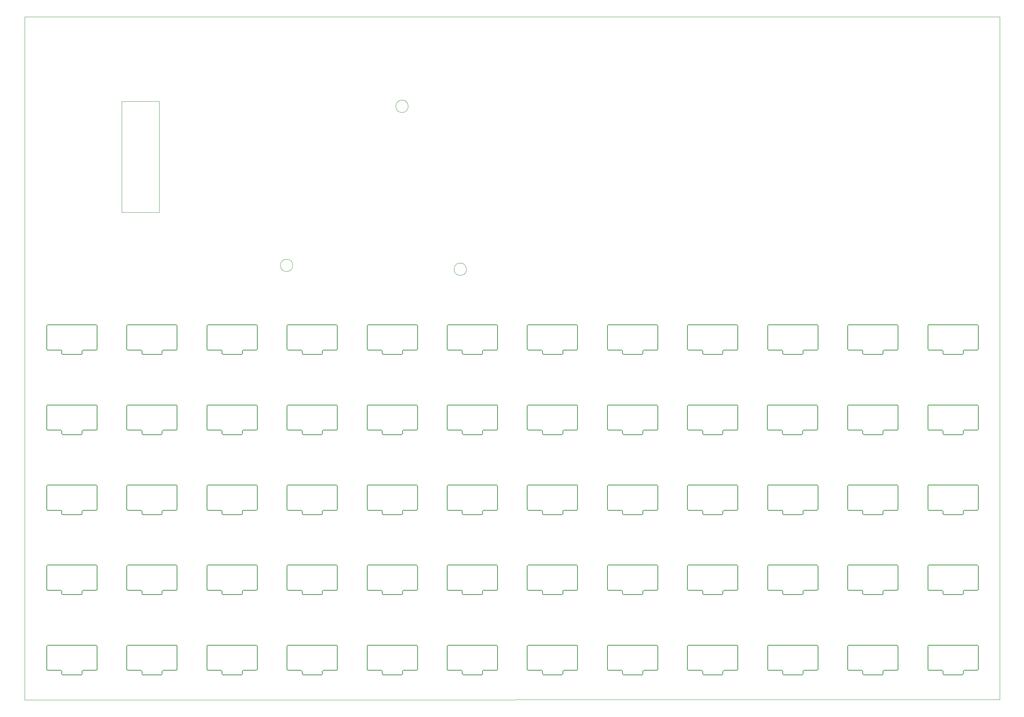
<source format=gbr>
%TF.GenerationSoftware,KiCad,Pcbnew,(5.1.9)-1*%
%TF.CreationDate,2021-10-30T21:00:12+02:00*%
%TF.ProjectId,88RPI,38385250-492e-46b6-9963-61645f706362,rev?*%
%TF.SameCoordinates,Original*%
%TF.FileFunction,Profile,NP*%
%FSLAX46Y46*%
G04 Gerber Fmt 4.6, Leading zero omitted, Abs format (unit mm)*
G04 Created by KiCad (PCBNEW (5.1.9)-1) date 2021-10-30 21:00:12*
%MOMM*%
%LPD*%
G01*
G04 APERTURE LIST*
%TA.AperFunction,Profile*%
%ADD10C,0.050000*%
%TD*%
%TA.AperFunction,Profile*%
%ADD11C,0.200000*%
%TD*%
G04 APERTURE END LIST*
D10*
X82346800Y-75336400D02*
G75*
G03*
X82346800Y-75336400I-1476699J0D01*
G01*
X123545600Y-76250800D02*
G75*
G03*
X123545600Y-76250800I-1476699J0D01*
G01*
X109731499Y-37592000D02*
G75*
G03*
X109731499Y-37592000I-1476699J0D01*
G01*
X41783000Y-62738000D02*
X41783000Y-36449000D01*
X50673000Y-62738000D02*
X41783000Y-62738000D01*
X50673000Y-36449000D02*
X50673000Y-62738000D01*
X41783000Y-36449000D02*
X50673000Y-36449000D01*
X18700000Y-178400000D02*
X18700000Y-16400000D01*
X250000000Y-178300000D02*
X18700000Y-178400000D01*
X250000000Y-16400000D02*
X250000000Y-178300000D01*
X18700000Y-16400000D02*
X250000000Y-16400000D01*
D11*
%TO.C,SW1*%
X24182059Y-95421903D02*
X27368000Y-95421903D01*
X27568000Y-95621903D02*
X27568000Y-96264000D01*
X24182059Y-89438232D02*
X35721518Y-89438232D01*
X35921518Y-95221903D02*
X35921518Y-89638232D01*
X23982059Y-95221903D02*
X23982059Y-89638232D01*
X32368310Y-95621903D02*
X32368310Y-96264000D01*
X27768000Y-96464000D02*
X32168310Y-96464000D01*
X32568310Y-95421903D02*
X35721518Y-95421903D01*
X27768000Y-96464000D02*
G75*
G02*
X27568000Y-96264000I0J200000D01*
G01*
X27368000Y-95421903D02*
G75*
G02*
X27568000Y-95621903I0J-200000D01*
G01*
X35721518Y-89438232D02*
G75*
G02*
X35921518Y-89638232I0J-200000D01*
G01*
X24182059Y-95421903D02*
G75*
G02*
X23982059Y-95221903I0J200000D01*
G01*
X35921518Y-95221903D02*
G75*
G02*
X35721518Y-95421903I-200000J0D01*
G01*
X23982059Y-89638232D02*
G75*
G02*
X24182059Y-89438232I200000J0D01*
G01*
X32368310Y-96264000D02*
G75*
G02*
X32168310Y-96464000I-200000J0D01*
G01*
X32368310Y-95621903D02*
G75*
G02*
X32568310Y-95421903I200000J0D01*
G01*
%TO.C,SW2*%
X51568310Y-95421903D02*
X54721518Y-95421903D01*
X46768000Y-96464000D02*
X51168310Y-96464000D01*
X51368310Y-95621903D02*
X51368310Y-96264000D01*
X42982059Y-95221903D02*
X42982059Y-89638232D01*
X54921518Y-95221903D02*
X54921518Y-89638232D01*
X43182059Y-89438232D02*
X54721518Y-89438232D01*
X46568000Y-95621903D02*
X46568000Y-96264000D01*
X43182059Y-95421903D02*
X46368000Y-95421903D01*
X51368310Y-95621903D02*
G75*
G02*
X51568310Y-95421903I200000J0D01*
G01*
X51368310Y-96264000D02*
G75*
G02*
X51168310Y-96464000I-200000J0D01*
G01*
X42982059Y-89638232D02*
G75*
G02*
X43182059Y-89438232I200000J0D01*
G01*
X54921518Y-95221903D02*
G75*
G02*
X54721518Y-95421903I-200000J0D01*
G01*
X43182059Y-95421903D02*
G75*
G02*
X42982059Y-95221903I0J200000D01*
G01*
X54721518Y-89438232D02*
G75*
G02*
X54921518Y-89638232I0J-200000D01*
G01*
X46368000Y-95421903D02*
G75*
G02*
X46568000Y-95621903I0J-200000D01*
G01*
X46768000Y-96464000D02*
G75*
G02*
X46568000Y-96264000I0J200000D01*
G01*
%TO.C,SW3*%
X62182059Y-95421903D02*
X65368000Y-95421903D01*
X65568000Y-95621903D02*
X65568000Y-96264000D01*
X62182059Y-89438232D02*
X73721518Y-89438232D01*
X73921518Y-95221903D02*
X73921518Y-89638232D01*
X61982059Y-95221903D02*
X61982059Y-89638232D01*
X70368310Y-95621903D02*
X70368310Y-96264000D01*
X65768000Y-96464000D02*
X70168310Y-96464000D01*
X70568310Y-95421903D02*
X73721518Y-95421903D01*
X65768000Y-96464000D02*
G75*
G02*
X65568000Y-96264000I0J200000D01*
G01*
X65368000Y-95421903D02*
G75*
G02*
X65568000Y-95621903I0J-200000D01*
G01*
X73721518Y-89438232D02*
G75*
G02*
X73921518Y-89638232I0J-200000D01*
G01*
X62182059Y-95421903D02*
G75*
G02*
X61982059Y-95221903I0J200000D01*
G01*
X73921518Y-95221903D02*
G75*
G02*
X73721518Y-95421903I-200000J0D01*
G01*
X61982059Y-89638232D02*
G75*
G02*
X62182059Y-89438232I200000J0D01*
G01*
X70368310Y-96264000D02*
G75*
G02*
X70168310Y-96464000I-200000J0D01*
G01*
X70368310Y-95621903D02*
G75*
G02*
X70568310Y-95421903I200000J0D01*
G01*
%TO.C,SW4*%
X89568310Y-95421903D02*
X92721518Y-95421903D01*
X84768000Y-96464000D02*
X89168310Y-96464000D01*
X89368310Y-95621903D02*
X89368310Y-96264000D01*
X80982059Y-95221903D02*
X80982059Y-89638232D01*
X92921518Y-95221903D02*
X92921518Y-89638232D01*
X81182059Y-89438232D02*
X92721518Y-89438232D01*
X84568000Y-95621903D02*
X84568000Y-96264000D01*
X81182059Y-95421903D02*
X84368000Y-95421903D01*
X89368310Y-95621903D02*
G75*
G02*
X89568310Y-95421903I200000J0D01*
G01*
X89368310Y-96264000D02*
G75*
G02*
X89168310Y-96464000I-200000J0D01*
G01*
X80982059Y-89638232D02*
G75*
G02*
X81182059Y-89438232I200000J0D01*
G01*
X92921518Y-95221903D02*
G75*
G02*
X92721518Y-95421903I-200000J0D01*
G01*
X81182059Y-95421903D02*
G75*
G02*
X80982059Y-95221903I0J200000D01*
G01*
X92721518Y-89438232D02*
G75*
G02*
X92921518Y-89638232I0J-200000D01*
G01*
X84368000Y-95421903D02*
G75*
G02*
X84568000Y-95621903I0J-200000D01*
G01*
X84768000Y-96464000D02*
G75*
G02*
X84568000Y-96264000I0J200000D01*
G01*
%TO.C,SW5*%
X100182059Y-95421903D02*
X103368000Y-95421903D01*
X103568000Y-95621903D02*
X103568000Y-96264000D01*
X100182059Y-89438232D02*
X111721518Y-89438232D01*
X111921518Y-95221903D02*
X111921518Y-89638232D01*
X99982059Y-95221903D02*
X99982059Y-89638232D01*
X108368310Y-95621903D02*
X108368310Y-96264000D01*
X103768000Y-96464000D02*
X108168310Y-96464000D01*
X108568310Y-95421903D02*
X111721518Y-95421903D01*
X103768000Y-96464000D02*
G75*
G02*
X103568000Y-96264000I0J200000D01*
G01*
X103368000Y-95421903D02*
G75*
G02*
X103568000Y-95621903I0J-200000D01*
G01*
X111721518Y-89438232D02*
G75*
G02*
X111921518Y-89638232I0J-200000D01*
G01*
X100182059Y-95421903D02*
G75*
G02*
X99982059Y-95221903I0J200000D01*
G01*
X111921518Y-95221903D02*
G75*
G02*
X111721518Y-95421903I-200000J0D01*
G01*
X99982059Y-89638232D02*
G75*
G02*
X100182059Y-89438232I200000J0D01*
G01*
X108368310Y-96264000D02*
G75*
G02*
X108168310Y-96464000I-200000J0D01*
G01*
X108368310Y-95621903D02*
G75*
G02*
X108568310Y-95421903I200000J0D01*
G01*
%TO.C,SW6*%
X127568310Y-95421903D02*
X130721518Y-95421903D01*
X122768000Y-96464000D02*
X127168310Y-96464000D01*
X127368310Y-95621903D02*
X127368310Y-96264000D01*
X118982059Y-95221903D02*
X118982059Y-89638232D01*
X130921518Y-95221903D02*
X130921518Y-89638232D01*
X119182059Y-89438232D02*
X130721518Y-89438232D01*
X122568000Y-95621903D02*
X122568000Y-96264000D01*
X119182059Y-95421903D02*
X122368000Y-95421903D01*
X127368310Y-95621903D02*
G75*
G02*
X127568310Y-95421903I200000J0D01*
G01*
X127368310Y-96264000D02*
G75*
G02*
X127168310Y-96464000I-200000J0D01*
G01*
X118982059Y-89638232D02*
G75*
G02*
X119182059Y-89438232I200000J0D01*
G01*
X130921518Y-95221903D02*
G75*
G02*
X130721518Y-95421903I-200000J0D01*
G01*
X119182059Y-95421903D02*
G75*
G02*
X118982059Y-95221903I0J200000D01*
G01*
X130721518Y-89438232D02*
G75*
G02*
X130921518Y-89638232I0J-200000D01*
G01*
X122368000Y-95421903D02*
G75*
G02*
X122568000Y-95621903I0J-200000D01*
G01*
X122768000Y-96464000D02*
G75*
G02*
X122568000Y-96264000I0J200000D01*
G01*
%TO.C,SW7*%
X138182059Y-95421903D02*
X141368000Y-95421903D01*
X141568000Y-95621903D02*
X141568000Y-96264000D01*
X138182059Y-89438232D02*
X149721518Y-89438232D01*
X149921518Y-95221903D02*
X149921518Y-89638232D01*
X137982059Y-95221903D02*
X137982059Y-89638232D01*
X146368310Y-95621903D02*
X146368310Y-96264000D01*
X141768000Y-96464000D02*
X146168310Y-96464000D01*
X146568310Y-95421903D02*
X149721518Y-95421903D01*
X141768000Y-96464000D02*
G75*
G02*
X141568000Y-96264000I0J200000D01*
G01*
X141368000Y-95421903D02*
G75*
G02*
X141568000Y-95621903I0J-200000D01*
G01*
X149721518Y-89438232D02*
G75*
G02*
X149921518Y-89638232I0J-200000D01*
G01*
X138182059Y-95421903D02*
G75*
G02*
X137982059Y-95221903I0J200000D01*
G01*
X149921518Y-95221903D02*
G75*
G02*
X149721518Y-95421903I-200000J0D01*
G01*
X137982059Y-89638232D02*
G75*
G02*
X138182059Y-89438232I200000J0D01*
G01*
X146368310Y-96264000D02*
G75*
G02*
X146168310Y-96464000I-200000J0D01*
G01*
X146368310Y-95621903D02*
G75*
G02*
X146568310Y-95421903I200000J0D01*
G01*
%TO.C,SW8*%
X165568310Y-95421903D02*
X168721518Y-95421903D01*
X160768000Y-96464000D02*
X165168310Y-96464000D01*
X165368310Y-95621903D02*
X165368310Y-96264000D01*
X156982059Y-95221903D02*
X156982059Y-89638232D01*
X168921518Y-95221903D02*
X168921518Y-89638232D01*
X157182059Y-89438232D02*
X168721518Y-89438232D01*
X160568000Y-95621903D02*
X160568000Y-96264000D01*
X157182059Y-95421903D02*
X160368000Y-95421903D01*
X165368310Y-95621903D02*
G75*
G02*
X165568310Y-95421903I200000J0D01*
G01*
X165368310Y-96264000D02*
G75*
G02*
X165168310Y-96464000I-200000J0D01*
G01*
X156982059Y-89638232D02*
G75*
G02*
X157182059Y-89438232I200000J0D01*
G01*
X168921518Y-95221903D02*
G75*
G02*
X168721518Y-95421903I-200000J0D01*
G01*
X157182059Y-95421903D02*
G75*
G02*
X156982059Y-95221903I0J200000D01*
G01*
X168721518Y-89438232D02*
G75*
G02*
X168921518Y-89638232I0J-200000D01*
G01*
X160368000Y-95421903D02*
G75*
G02*
X160568000Y-95621903I0J-200000D01*
G01*
X160768000Y-96464000D02*
G75*
G02*
X160568000Y-96264000I0J200000D01*
G01*
%TO.C,SW9*%
X176182059Y-95421903D02*
X179368000Y-95421903D01*
X179568000Y-95621903D02*
X179568000Y-96264000D01*
X176182059Y-89438232D02*
X187721518Y-89438232D01*
X187921518Y-95221903D02*
X187921518Y-89638232D01*
X175982059Y-95221903D02*
X175982059Y-89638232D01*
X184368310Y-95621903D02*
X184368310Y-96264000D01*
X179768000Y-96464000D02*
X184168310Y-96464000D01*
X184568310Y-95421903D02*
X187721518Y-95421903D01*
X179768000Y-96464000D02*
G75*
G02*
X179568000Y-96264000I0J200000D01*
G01*
X179368000Y-95421903D02*
G75*
G02*
X179568000Y-95621903I0J-200000D01*
G01*
X187721518Y-89438232D02*
G75*
G02*
X187921518Y-89638232I0J-200000D01*
G01*
X176182059Y-95421903D02*
G75*
G02*
X175982059Y-95221903I0J200000D01*
G01*
X187921518Y-95221903D02*
G75*
G02*
X187721518Y-95421903I-200000J0D01*
G01*
X175982059Y-89638232D02*
G75*
G02*
X176182059Y-89438232I200000J0D01*
G01*
X184368310Y-96264000D02*
G75*
G02*
X184168310Y-96464000I-200000J0D01*
G01*
X184368310Y-95621903D02*
G75*
G02*
X184568310Y-95421903I200000J0D01*
G01*
%TO.C,SW10*%
X195182059Y-95421903D02*
X198368000Y-95421903D01*
X198568000Y-95621903D02*
X198568000Y-96264000D01*
X195182059Y-89438232D02*
X206721518Y-89438232D01*
X206921518Y-95221903D02*
X206921518Y-89638232D01*
X194982059Y-95221903D02*
X194982059Y-89638232D01*
X203368310Y-95621903D02*
X203368310Y-96264000D01*
X198768000Y-96464000D02*
X203168310Y-96464000D01*
X203568310Y-95421903D02*
X206721518Y-95421903D01*
X198768000Y-96464000D02*
G75*
G02*
X198568000Y-96264000I0J200000D01*
G01*
X198368000Y-95421903D02*
G75*
G02*
X198568000Y-95621903I0J-200000D01*
G01*
X206721518Y-89438232D02*
G75*
G02*
X206921518Y-89638232I0J-200000D01*
G01*
X195182059Y-95421903D02*
G75*
G02*
X194982059Y-95221903I0J200000D01*
G01*
X206921518Y-95221903D02*
G75*
G02*
X206721518Y-95421903I-200000J0D01*
G01*
X194982059Y-89638232D02*
G75*
G02*
X195182059Y-89438232I200000J0D01*
G01*
X203368310Y-96264000D02*
G75*
G02*
X203168310Y-96464000I-200000J0D01*
G01*
X203368310Y-95621903D02*
G75*
G02*
X203568310Y-95421903I200000J0D01*
G01*
%TO.C,SW11*%
X214182059Y-95421903D02*
X217368000Y-95421903D01*
X217568000Y-95621903D02*
X217568000Y-96264000D01*
X214182059Y-89438232D02*
X225721518Y-89438232D01*
X225921518Y-95221903D02*
X225921518Y-89638232D01*
X213982059Y-95221903D02*
X213982059Y-89638232D01*
X222368310Y-95621903D02*
X222368310Y-96264000D01*
X217768000Y-96464000D02*
X222168310Y-96464000D01*
X222568310Y-95421903D02*
X225721518Y-95421903D01*
X217768000Y-96464000D02*
G75*
G02*
X217568000Y-96264000I0J200000D01*
G01*
X217368000Y-95421903D02*
G75*
G02*
X217568000Y-95621903I0J-200000D01*
G01*
X225721518Y-89438232D02*
G75*
G02*
X225921518Y-89638232I0J-200000D01*
G01*
X214182059Y-95421903D02*
G75*
G02*
X213982059Y-95221903I0J200000D01*
G01*
X225921518Y-95221903D02*
G75*
G02*
X225721518Y-95421903I-200000J0D01*
G01*
X213982059Y-89638232D02*
G75*
G02*
X214182059Y-89438232I200000J0D01*
G01*
X222368310Y-96264000D02*
G75*
G02*
X222168310Y-96464000I-200000J0D01*
G01*
X222368310Y-95621903D02*
G75*
G02*
X222568310Y-95421903I200000J0D01*
G01*
%TO.C,SW12*%
X241568310Y-95421903D02*
X244721518Y-95421903D01*
X236768000Y-96464000D02*
X241168310Y-96464000D01*
X241368310Y-95621903D02*
X241368310Y-96264000D01*
X232982059Y-95221903D02*
X232982059Y-89638232D01*
X244921518Y-95221903D02*
X244921518Y-89638232D01*
X233182059Y-89438232D02*
X244721518Y-89438232D01*
X236568000Y-95621903D02*
X236568000Y-96264000D01*
X233182059Y-95421903D02*
X236368000Y-95421903D01*
X241368310Y-95621903D02*
G75*
G02*
X241568310Y-95421903I200000J0D01*
G01*
X241368310Y-96264000D02*
G75*
G02*
X241168310Y-96464000I-200000J0D01*
G01*
X232982059Y-89638232D02*
G75*
G02*
X233182059Y-89438232I200000J0D01*
G01*
X244921518Y-95221903D02*
G75*
G02*
X244721518Y-95421903I-200000J0D01*
G01*
X233182059Y-95421903D02*
G75*
G02*
X232982059Y-95221903I0J200000D01*
G01*
X244721518Y-89438232D02*
G75*
G02*
X244921518Y-89638232I0J-200000D01*
G01*
X236368000Y-95421903D02*
G75*
G02*
X236568000Y-95621903I0J-200000D01*
G01*
X236768000Y-96464000D02*
G75*
G02*
X236568000Y-96264000I0J200000D01*
G01*
%TO.C,SW13*%
X24182059Y-114421903D02*
X27368000Y-114421903D01*
X27568000Y-114621903D02*
X27568000Y-115264000D01*
X24182059Y-108438232D02*
X35721518Y-108438232D01*
X35921518Y-114221903D02*
X35921518Y-108638232D01*
X23982059Y-114221903D02*
X23982059Y-108638232D01*
X32368310Y-114621903D02*
X32368310Y-115264000D01*
X27768000Y-115464000D02*
X32168310Y-115464000D01*
X32568310Y-114421903D02*
X35721518Y-114421903D01*
X27768000Y-115464000D02*
G75*
G02*
X27568000Y-115264000I0J200000D01*
G01*
X27368000Y-114421903D02*
G75*
G02*
X27568000Y-114621903I0J-200000D01*
G01*
X35721518Y-108438232D02*
G75*
G02*
X35921518Y-108638232I0J-200000D01*
G01*
X24182059Y-114421903D02*
G75*
G02*
X23982059Y-114221903I0J200000D01*
G01*
X35921518Y-114221903D02*
G75*
G02*
X35721518Y-114421903I-200000J0D01*
G01*
X23982059Y-108638232D02*
G75*
G02*
X24182059Y-108438232I200000J0D01*
G01*
X32368310Y-115264000D02*
G75*
G02*
X32168310Y-115464000I-200000J0D01*
G01*
X32368310Y-114621903D02*
G75*
G02*
X32568310Y-114421903I200000J0D01*
G01*
%TO.C,SW14*%
X51568310Y-114421903D02*
X54721518Y-114421903D01*
X46768000Y-115464000D02*
X51168310Y-115464000D01*
X51368310Y-114621903D02*
X51368310Y-115264000D01*
X42982059Y-114221903D02*
X42982059Y-108638232D01*
X54921518Y-114221903D02*
X54921518Y-108638232D01*
X43182059Y-108438232D02*
X54721518Y-108438232D01*
X46568000Y-114621903D02*
X46568000Y-115264000D01*
X43182059Y-114421903D02*
X46368000Y-114421903D01*
X51368310Y-114621903D02*
G75*
G02*
X51568310Y-114421903I200000J0D01*
G01*
X51368310Y-115264000D02*
G75*
G02*
X51168310Y-115464000I-200000J0D01*
G01*
X42982059Y-108638232D02*
G75*
G02*
X43182059Y-108438232I200000J0D01*
G01*
X54921518Y-114221903D02*
G75*
G02*
X54721518Y-114421903I-200000J0D01*
G01*
X43182059Y-114421903D02*
G75*
G02*
X42982059Y-114221903I0J200000D01*
G01*
X54721518Y-108438232D02*
G75*
G02*
X54921518Y-108638232I0J-200000D01*
G01*
X46368000Y-114421903D02*
G75*
G02*
X46568000Y-114621903I0J-200000D01*
G01*
X46768000Y-115464000D02*
G75*
G02*
X46568000Y-115264000I0J200000D01*
G01*
%TO.C,SW15*%
X62182059Y-114421903D02*
X65368000Y-114421903D01*
X65568000Y-114621903D02*
X65568000Y-115264000D01*
X62182059Y-108438232D02*
X73721518Y-108438232D01*
X73921518Y-114221903D02*
X73921518Y-108638232D01*
X61982059Y-114221903D02*
X61982059Y-108638232D01*
X70368310Y-114621903D02*
X70368310Y-115264000D01*
X65768000Y-115464000D02*
X70168310Y-115464000D01*
X70568310Y-114421903D02*
X73721518Y-114421903D01*
X65768000Y-115464000D02*
G75*
G02*
X65568000Y-115264000I0J200000D01*
G01*
X65368000Y-114421903D02*
G75*
G02*
X65568000Y-114621903I0J-200000D01*
G01*
X73721518Y-108438232D02*
G75*
G02*
X73921518Y-108638232I0J-200000D01*
G01*
X62182059Y-114421903D02*
G75*
G02*
X61982059Y-114221903I0J200000D01*
G01*
X73921518Y-114221903D02*
G75*
G02*
X73721518Y-114421903I-200000J0D01*
G01*
X61982059Y-108638232D02*
G75*
G02*
X62182059Y-108438232I200000J0D01*
G01*
X70368310Y-115264000D02*
G75*
G02*
X70168310Y-115464000I-200000J0D01*
G01*
X70368310Y-114621903D02*
G75*
G02*
X70568310Y-114421903I200000J0D01*
G01*
%TO.C,SW16*%
X89568310Y-114421903D02*
X92721518Y-114421903D01*
X84768000Y-115464000D02*
X89168310Y-115464000D01*
X89368310Y-114621903D02*
X89368310Y-115264000D01*
X80982059Y-114221903D02*
X80982059Y-108638232D01*
X92921518Y-114221903D02*
X92921518Y-108638232D01*
X81182059Y-108438232D02*
X92721518Y-108438232D01*
X84568000Y-114621903D02*
X84568000Y-115264000D01*
X81182059Y-114421903D02*
X84368000Y-114421903D01*
X89368310Y-114621903D02*
G75*
G02*
X89568310Y-114421903I200000J0D01*
G01*
X89368310Y-115264000D02*
G75*
G02*
X89168310Y-115464000I-200000J0D01*
G01*
X80982059Y-108638232D02*
G75*
G02*
X81182059Y-108438232I200000J0D01*
G01*
X92921518Y-114221903D02*
G75*
G02*
X92721518Y-114421903I-200000J0D01*
G01*
X81182059Y-114421903D02*
G75*
G02*
X80982059Y-114221903I0J200000D01*
G01*
X92721518Y-108438232D02*
G75*
G02*
X92921518Y-108638232I0J-200000D01*
G01*
X84368000Y-114421903D02*
G75*
G02*
X84568000Y-114621903I0J-200000D01*
G01*
X84768000Y-115464000D02*
G75*
G02*
X84568000Y-115264000I0J200000D01*
G01*
%TO.C,SW17*%
X100182059Y-114421903D02*
X103368000Y-114421903D01*
X103568000Y-114621903D02*
X103568000Y-115264000D01*
X100182059Y-108438232D02*
X111721518Y-108438232D01*
X111921518Y-114221903D02*
X111921518Y-108638232D01*
X99982059Y-114221903D02*
X99982059Y-108638232D01*
X108368310Y-114621903D02*
X108368310Y-115264000D01*
X103768000Y-115464000D02*
X108168310Y-115464000D01*
X108568310Y-114421903D02*
X111721518Y-114421903D01*
X103768000Y-115464000D02*
G75*
G02*
X103568000Y-115264000I0J200000D01*
G01*
X103368000Y-114421903D02*
G75*
G02*
X103568000Y-114621903I0J-200000D01*
G01*
X111721518Y-108438232D02*
G75*
G02*
X111921518Y-108638232I0J-200000D01*
G01*
X100182059Y-114421903D02*
G75*
G02*
X99982059Y-114221903I0J200000D01*
G01*
X111921518Y-114221903D02*
G75*
G02*
X111721518Y-114421903I-200000J0D01*
G01*
X99982059Y-108638232D02*
G75*
G02*
X100182059Y-108438232I200000J0D01*
G01*
X108368310Y-115264000D02*
G75*
G02*
X108168310Y-115464000I-200000J0D01*
G01*
X108368310Y-114621903D02*
G75*
G02*
X108568310Y-114421903I200000J0D01*
G01*
%TO.C,SW18*%
X119182059Y-114421903D02*
X122368000Y-114421903D01*
X122568000Y-114621903D02*
X122568000Y-115264000D01*
X119182059Y-108438232D02*
X130721518Y-108438232D01*
X130921518Y-114221903D02*
X130921518Y-108638232D01*
X118982059Y-114221903D02*
X118982059Y-108638232D01*
X127368310Y-114621903D02*
X127368310Y-115264000D01*
X122768000Y-115464000D02*
X127168310Y-115464000D01*
X127568310Y-114421903D02*
X130721518Y-114421903D01*
X122768000Y-115464000D02*
G75*
G02*
X122568000Y-115264000I0J200000D01*
G01*
X122368000Y-114421903D02*
G75*
G02*
X122568000Y-114621903I0J-200000D01*
G01*
X130721518Y-108438232D02*
G75*
G02*
X130921518Y-108638232I0J-200000D01*
G01*
X119182059Y-114421903D02*
G75*
G02*
X118982059Y-114221903I0J200000D01*
G01*
X130921518Y-114221903D02*
G75*
G02*
X130721518Y-114421903I-200000J0D01*
G01*
X118982059Y-108638232D02*
G75*
G02*
X119182059Y-108438232I200000J0D01*
G01*
X127368310Y-115264000D02*
G75*
G02*
X127168310Y-115464000I-200000J0D01*
G01*
X127368310Y-114621903D02*
G75*
G02*
X127568310Y-114421903I200000J0D01*
G01*
%TO.C,SW19*%
X138182059Y-114421903D02*
X141368000Y-114421903D01*
X141568000Y-114621903D02*
X141568000Y-115264000D01*
X138182059Y-108438232D02*
X149721518Y-108438232D01*
X149921518Y-114221903D02*
X149921518Y-108638232D01*
X137982059Y-114221903D02*
X137982059Y-108638232D01*
X146368310Y-114621903D02*
X146368310Y-115264000D01*
X141768000Y-115464000D02*
X146168310Y-115464000D01*
X146568310Y-114421903D02*
X149721518Y-114421903D01*
X141768000Y-115464000D02*
G75*
G02*
X141568000Y-115264000I0J200000D01*
G01*
X141368000Y-114421903D02*
G75*
G02*
X141568000Y-114621903I0J-200000D01*
G01*
X149721518Y-108438232D02*
G75*
G02*
X149921518Y-108638232I0J-200000D01*
G01*
X138182059Y-114421903D02*
G75*
G02*
X137982059Y-114221903I0J200000D01*
G01*
X149921518Y-114221903D02*
G75*
G02*
X149721518Y-114421903I-200000J0D01*
G01*
X137982059Y-108638232D02*
G75*
G02*
X138182059Y-108438232I200000J0D01*
G01*
X146368310Y-115264000D02*
G75*
G02*
X146168310Y-115464000I-200000J0D01*
G01*
X146368310Y-114621903D02*
G75*
G02*
X146568310Y-114421903I200000J0D01*
G01*
%TO.C,SW20*%
X165568310Y-114421903D02*
X168721518Y-114421903D01*
X160768000Y-115464000D02*
X165168310Y-115464000D01*
X165368310Y-114621903D02*
X165368310Y-115264000D01*
X156982059Y-114221903D02*
X156982059Y-108638232D01*
X168921518Y-114221903D02*
X168921518Y-108638232D01*
X157182059Y-108438232D02*
X168721518Y-108438232D01*
X160568000Y-114621903D02*
X160568000Y-115264000D01*
X157182059Y-114421903D02*
X160368000Y-114421903D01*
X165368310Y-114621903D02*
G75*
G02*
X165568310Y-114421903I200000J0D01*
G01*
X165368310Y-115264000D02*
G75*
G02*
X165168310Y-115464000I-200000J0D01*
G01*
X156982059Y-108638232D02*
G75*
G02*
X157182059Y-108438232I200000J0D01*
G01*
X168921518Y-114221903D02*
G75*
G02*
X168721518Y-114421903I-200000J0D01*
G01*
X157182059Y-114421903D02*
G75*
G02*
X156982059Y-114221903I0J200000D01*
G01*
X168721518Y-108438232D02*
G75*
G02*
X168921518Y-108638232I0J-200000D01*
G01*
X160368000Y-114421903D02*
G75*
G02*
X160568000Y-114621903I0J-200000D01*
G01*
X160768000Y-115464000D02*
G75*
G02*
X160568000Y-115264000I0J200000D01*
G01*
%TO.C,SW21*%
X176182059Y-114421903D02*
X179368000Y-114421903D01*
X179568000Y-114621903D02*
X179568000Y-115264000D01*
X176182059Y-108438232D02*
X187721518Y-108438232D01*
X187921518Y-114221903D02*
X187921518Y-108638232D01*
X175982059Y-114221903D02*
X175982059Y-108638232D01*
X184368310Y-114621903D02*
X184368310Y-115264000D01*
X179768000Y-115464000D02*
X184168310Y-115464000D01*
X184568310Y-114421903D02*
X187721518Y-114421903D01*
X179768000Y-115464000D02*
G75*
G02*
X179568000Y-115264000I0J200000D01*
G01*
X179368000Y-114421903D02*
G75*
G02*
X179568000Y-114621903I0J-200000D01*
G01*
X187721518Y-108438232D02*
G75*
G02*
X187921518Y-108638232I0J-200000D01*
G01*
X176182059Y-114421903D02*
G75*
G02*
X175982059Y-114221903I0J200000D01*
G01*
X187921518Y-114221903D02*
G75*
G02*
X187721518Y-114421903I-200000J0D01*
G01*
X175982059Y-108638232D02*
G75*
G02*
X176182059Y-108438232I200000J0D01*
G01*
X184368310Y-115264000D02*
G75*
G02*
X184168310Y-115464000I-200000J0D01*
G01*
X184368310Y-114621903D02*
G75*
G02*
X184568310Y-114421903I200000J0D01*
G01*
%TO.C,SW22*%
X203468310Y-114421903D02*
X206621518Y-114421903D01*
X198668000Y-115464000D02*
X203068310Y-115464000D01*
X203268310Y-114621903D02*
X203268310Y-115264000D01*
X194882059Y-114221903D02*
X194882059Y-108638232D01*
X206821518Y-114221903D02*
X206821518Y-108638232D01*
X195082059Y-108438232D02*
X206621518Y-108438232D01*
X198468000Y-114621903D02*
X198468000Y-115264000D01*
X195082059Y-114421903D02*
X198268000Y-114421903D01*
X203268310Y-114621903D02*
G75*
G02*
X203468310Y-114421903I200000J0D01*
G01*
X203268310Y-115264000D02*
G75*
G02*
X203068310Y-115464000I-200000J0D01*
G01*
X194882059Y-108638232D02*
G75*
G02*
X195082059Y-108438232I200000J0D01*
G01*
X206821518Y-114221903D02*
G75*
G02*
X206621518Y-114421903I-200000J0D01*
G01*
X195082059Y-114421903D02*
G75*
G02*
X194882059Y-114221903I0J200000D01*
G01*
X206621518Y-108438232D02*
G75*
G02*
X206821518Y-108638232I0J-200000D01*
G01*
X198268000Y-114421903D02*
G75*
G02*
X198468000Y-114621903I0J-200000D01*
G01*
X198668000Y-115464000D02*
G75*
G02*
X198468000Y-115264000I0J200000D01*
G01*
%TO.C,SW23*%
X214182059Y-114421903D02*
X217368000Y-114421903D01*
X217568000Y-114621903D02*
X217568000Y-115264000D01*
X214182059Y-108438232D02*
X225721518Y-108438232D01*
X225921518Y-114221903D02*
X225921518Y-108638232D01*
X213982059Y-114221903D02*
X213982059Y-108638232D01*
X222368310Y-114621903D02*
X222368310Y-115264000D01*
X217768000Y-115464000D02*
X222168310Y-115464000D01*
X222568310Y-114421903D02*
X225721518Y-114421903D01*
X217768000Y-115464000D02*
G75*
G02*
X217568000Y-115264000I0J200000D01*
G01*
X217368000Y-114421903D02*
G75*
G02*
X217568000Y-114621903I0J-200000D01*
G01*
X225721518Y-108438232D02*
G75*
G02*
X225921518Y-108638232I0J-200000D01*
G01*
X214182059Y-114421903D02*
G75*
G02*
X213982059Y-114221903I0J200000D01*
G01*
X225921518Y-114221903D02*
G75*
G02*
X225721518Y-114421903I-200000J0D01*
G01*
X213982059Y-108638232D02*
G75*
G02*
X214182059Y-108438232I200000J0D01*
G01*
X222368310Y-115264000D02*
G75*
G02*
X222168310Y-115464000I-200000J0D01*
G01*
X222368310Y-114621903D02*
G75*
G02*
X222568310Y-114421903I200000J0D01*
G01*
%TO.C,SW24*%
X241568310Y-114421903D02*
X244721518Y-114421903D01*
X236768000Y-115464000D02*
X241168310Y-115464000D01*
X241368310Y-114621903D02*
X241368310Y-115264000D01*
X232982059Y-114221903D02*
X232982059Y-108638232D01*
X244921518Y-114221903D02*
X244921518Y-108638232D01*
X233182059Y-108438232D02*
X244721518Y-108438232D01*
X236568000Y-114621903D02*
X236568000Y-115264000D01*
X233182059Y-114421903D02*
X236368000Y-114421903D01*
X241368310Y-114621903D02*
G75*
G02*
X241568310Y-114421903I200000J0D01*
G01*
X241368310Y-115264000D02*
G75*
G02*
X241168310Y-115464000I-200000J0D01*
G01*
X232982059Y-108638232D02*
G75*
G02*
X233182059Y-108438232I200000J0D01*
G01*
X244921518Y-114221903D02*
G75*
G02*
X244721518Y-114421903I-200000J0D01*
G01*
X233182059Y-114421903D02*
G75*
G02*
X232982059Y-114221903I0J200000D01*
G01*
X244721518Y-108438232D02*
G75*
G02*
X244921518Y-108638232I0J-200000D01*
G01*
X236368000Y-114421903D02*
G75*
G02*
X236568000Y-114621903I0J-200000D01*
G01*
X236768000Y-115464000D02*
G75*
G02*
X236568000Y-115264000I0J200000D01*
G01*
%TO.C,SW25*%
X24182059Y-133421903D02*
X27368000Y-133421903D01*
X27568000Y-133621903D02*
X27568000Y-134264000D01*
X24182059Y-127438232D02*
X35721518Y-127438232D01*
X35921518Y-133221903D02*
X35921518Y-127638232D01*
X23982059Y-133221903D02*
X23982059Y-127638232D01*
X32368310Y-133621903D02*
X32368310Y-134264000D01*
X27768000Y-134464000D02*
X32168310Y-134464000D01*
X32568310Y-133421903D02*
X35721518Y-133421903D01*
X27768000Y-134464000D02*
G75*
G02*
X27568000Y-134264000I0J200000D01*
G01*
X27368000Y-133421903D02*
G75*
G02*
X27568000Y-133621903I0J-200000D01*
G01*
X35721518Y-127438232D02*
G75*
G02*
X35921518Y-127638232I0J-200000D01*
G01*
X24182059Y-133421903D02*
G75*
G02*
X23982059Y-133221903I0J200000D01*
G01*
X35921518Y-133221903D02*
G75*
G02*
X35721518Y-133421903I-200000J0D01*
G01*
X23982059Y-127638232D02*
G75*
G02*
X24182059Y-127438232I200000J0D01*
G01*
X32368310Y-134264000D02*
G75*
G02*
X32168310Y-134464000I-200000J0D01*
G01*
X32368310Y-133621903D02*
G75*
G02*
X32568310Y-133421903I200000J0D01*
G01*
%TO.C,SW26*%
X51568310Y-133421903D02*
X54721518Y-133421903D01*
X46768000Y-134464000D02*
X51168310Y-134464000D01*
X51368310Y-133621903D02*
X51368310Y-134264000D01*
X42982059Y-133221903D02*
X42982059Y-127638232D01*
X54921518Y-133221903D02*
X54921518Y-127638232D01*
X43182059Y-127438232D02*
X54721518Y-127438232D01*
X46568000Y-133621903D02*
X46568000Y-134264000D01*
X43182059Y-133421903D02*
X46368000Y-133421903D01*
X51368310Y-133621903D02*
G75*
G02*
X51568310Y-133421903I200000J0D01*
G01*
X51368310Y-134264000D02*
G75*
G02*
X51168310Y-134464000I-200000J0D01*
G01*
X42982059Y-127638232D02*
G75*
G02*
X43182059Y-127438232I200000J0D01*
G01*
X54921518Y-133221903D02*
G75*
G02*
X54721518Y-133421903I-200000J0D01*
G01*
X43182059Y-133421903D02*
G75*
G02*
X42982059Y-133221903I0J200000D01*
G01*
X54721518Y-127438232D02*
G75*
G02*
X54921518Y-127638232I0J-200000D01*
G01*
X46368000Y-133421903D02*
G75*
G02*
X46568000Y-133621903I0J-200000D01*
G01*
X46768000Y-134464000D02*
G75*
G02*
X46568000Y-134264000I0J200000D01*
G01*
%TO.C,SW27*%
X70568310Y-133421903D02*
X73721518Y-133421903D01*
X65768000Y-134464000D02*
X70168310Y-134464000D01*
X70368310Y-133621903D02*
X70368310Y-134264000D01*
X61982059Y-133221903D02*
X61982059Y-127638232D01*
X73921518Y-133221903D02*
X73921518Y-127638232D01*
X62182059Y-127438232D02*
X73721518Y-127438232D01*
X65568000Y-133621903D02*
X65568000Y-134264000D01*
X62182059Y-133421903D02*
X65368000Y-133421903D01*
X70368310Y-133621903D02*
G75*
G02*
X70568310Y-133421903I200000J0D01*
G01*
X70368310Y-134264000D02*
G75*
G02*
X70168310Y-134464000I-200000J0D01*
G01*
X61982059Y-127638232D02*
G75*
G02*
X62182059Y-127438232I200000J0D01*
G01*
X73921518Y-133221903D02*
G75*
G02*
X73721518Y-133421903I-200000J0D01*
G01*
X62182059Y-133421903D02*
G75*
G02*
X61982059Y-133221903I0J200000D01*
G01*
X73721518Y-127438232D02*
G75*
G02*
X73921518Y-127638232I0J-200000D01*
G01*
X65368000Y-133421903D02*
G75*
G02*
X65568000Y-133621903I0J-200000D01*
G01*
X65768000Y-134464000D02*
G75*
G02*
X65568000Y-134264000I0J200000D01*
G01*
%TO.C,SW28*%
X89568310Y-133421903D02*
X92721518Y-133421903D01*
X84768000Y-134464000D02*
X89168310Y-134464000D01*
X89368310Y-133621903D02*
X89368310Y-134264000D01*
X80982059Y-133221903D02*
X80982059Y-127638232D01*
X92921518Y-133221903D02*
X92921518Y-127638232D01*
X81182059Y-127438232D02*
X92721518Y-127438232D01*
X84568000Y-133621903D02*
X84568000Y-134264000D01*
X81182059Y-133421903D02*
X84368000Y-133421903D01*
X89368310Y-133621903D02*
G75*
G02*
X89568310Y-133421903I200000J0D01*
G01*
X89368310Y-134264000D02*
G75*
G02*
X89168310Y-134464000I-200000J0D01*
G01*
X80982059Y-127638232D02*
G75*
G02*
X81182059Y-127438232I200000J0D01*
G01*
X92921518Y-133221903D02*
G75*
G02*
X92721518Y-133421903I-200000J0D01*
G01*
X81182059Y-133421903D02*
G75*
G02*
X80982059Y-133221903I0J200000D01*
G01*
X92721518Y-127438232D02*
G75*
G02*
X92921518Y-127638232I0J-200000D01*
G01*
X84368000Y-133421903D02*
G75*
G02*
X84568000Y-133621903I0J-200000D01*
G01*
X84768000Y-134464000D02*
G75*
G02*
X84568000Y-134264000I0J200000D01*
G01*
%TO.C,SW29*%
X100182059Y-133421903D02*
X103368000Y-133421903D01*
X103568000Y-133621903D02*
X103568000Y-134264000D01*
X100182059Y-127438232D02*
X111721518Y-127438232D01*
X111921518Y-133221903D02*
X111921518Y-127638232D01*
X99982059Y-133221903D02*
X99982059Y-127638232D01*
X108368310Y-133621903D02*
X108368310Y-134264000D01*
X103768000Y-134464000D02*
X108168310Y-134464000D01*
X108568310Y-133421903D02*
X111721518Y-133421903D01*
X103768000Y-134464000D02*
G75*
G02*
X103568000Y-134264000I0J200000D01*
G01*
X103368000Y-133421903D02*
G75*
G02*
X103568000Y-133621903I0J-200000D01*
G01*
X111721518Y-127438232D02*
G75*
G02*
X111921518Y-127638232I0J-200000D01*
G01*
X100182059Y-133421903D02*
G75*
G02*
X99982059Y-133221903I0J200000D01*
G01*
X111921518Y-133221903D02*
G75*
G02*
X111721518Y-133421903I-200000J0D01*
G01*
X99982059Y-127638232D02*
G75*
G02*
X100182059Y-127438232I200000J0D01*
G01*
X108368310Y-134264000D02*
G75*
G02*
X108168310Y-134464000I-200000J0D01*
G01*
X108368310Y-133621903D02*
G75*
G02*
X108568310Y-133421903I200000J0D01*
G01*
%TO.C,SW30*%
X127568310Y-133421903D02*
X130721518Y-133421903D01*
X122768000Y-134464000D02*
X127168310Y-134464000D01*
X127368310Y-133621903D02*
X127368310Y-134264000D01*
X118982059Y-133221903D02*
X118982059Y-127638232D01*
X130921518Y-133221903D02*
X130921518Y-127638232D01*
X119182059Y-127438232D02*
X130721518Y-127438232D01*
X122568000Y-133621903D02*
X122568000Y-134264000D01*
X119182059Y-133421903D02*
X122368000Y-133421903D01*
X127368310Y-133621903D02*
G75*
G02*
X127568310Y-133421903I200000J0D01*
G01*
X127368310Y-134264000D02*
G75*
G02*
X127168310Y-134464000I-200000J0D01*
G01*
X118982059Y-127638232D02*
G75*
G02*
X119182059Y-127438232I200000J0D01*
G01*
X130921518Y-133221903D02*
G75*
G02*
X130721518Y-133421903I-200000J0D01*
G01*
X119182059Y-133421903D02*
G75*
G02*
X118982059Y-133221903I0J200000D01*
G01*
X130721518Y-127438232D02*
G75*
G02*
X130921518Y-127638232I0J-200000D01*
G01*
X122368000Y-133421903D02*
G75*
G02*
X122568000Y-133621903I0J-200000D01*
G01*
X122768000Y-134464000D02*
G75*
G02*
X122568000Y-134264000I0J200000D01*
G01*
%TO.C,SW31*%
X138182059Y-133421903D02*
X141368000Y-133421903D01*
X141568000Y-133621903D02*
X141568000Y-134264000D01*
X138182059Y-127438232D02*
X149721518Y-127438232D01*
X149921518Y-133221903D02*
X149921518Y-127638232D01*
X137982059Y-133221903D02*
X137982059Y-127638232D01*
X146368310Y-133621903D02*
X146368310Y-134264000D01*
X141768000Y-134464000D02*
X146168310Y-134464000D01*
X146568310Y-133421903D02*
X149721518Y-133421903D01*
X141768000Y-134464000D02*
G75*
G02*
X141568000Y-134264000I0J200000D01*
G01*
X141368000Y-133421903D02*
G75*
G02*
X141568000Y-133621903I0J-200000D01*
G01*
X149721518Y-127438232D02*
G75*
G02*
X149921518Y-127638232I0J-200000D01*
G01*
X138182059Y-133421903D02*
G75*
G02*
X137982059Y-133221903I0J200000D01*
G01*
X149921518Y-133221903D02*
G75*
G02*
X149721518Y-133421903I-200000J0D01*
G01*
X137982059Y-127638232D02*
G75*
G02*
X138182059Y-127438232I200000J0D01*
G01*
X146368310Y-134264000D02*
G75*
G02*
X146168310Y-134464000I-200000J0D01*
G01*
X146368310Y-133621903D02*
G75*
G02*
X146568310Y-133421903I200000J0D01*
G01*
%TO.C,SW32*%
X165568310Y-133421903D02*
X168721518Y-133421903D01*
X160768000Y-134464000D02*
X165168310Y-134464000D01*
X165368310Y-133621903D02*
X165368310Y-134264000D01*
X156982059Y-133221903D02*
X156982059Y-127638232D01*
X168921518Y-133221903D02*
X168921518Y-127638232D01*
X157182059Y-127438232D02*
X168721518Y-127438232D01*
X160568000Y-133621903D02*
X160568000Y-134264000D01*
X157182059Y-133421903D02*
X160368000Y-133421903D01*
X165368310Y-133621903D02*
G75*
G02*
X165568310Y-133421903I200000J0D01*
G01*
X165368310Y-134264000D02*
G75*
G02*
X165168310Y-134464000I-200000J0D01*
G01*
X156982059Y-127638232D02*
G75*
G02*
X157182059Y-127438232I200000J0D01*
G01*
X168921518Y-133221903D02*
G75*
G02*
X168721518Y-133421903I-200000J0D01*
G01*
X157182059Y-133421903D02*
G75*
G02*
X156982059Y-133221903I0J200000D01*
G01*
X168721518Y-127438232D02*
G75*
G02*
X168921518Y-127638232I0J-200000D01*
G01*
X160368000Y-133421903D02*
G75*
G02*
X160568000Y-133621903I0J-200000D01*
G01*
X160768000Y-134464000D02*
G75*
G02*
X160568000Y-134264000I0J200000D01*
G01*
%TO.C,SW33*%
X176182059Y-133421903D02*
X179368000Y-133421903D01*
X179568000Y-133621903D02*
X179568000Y-134264000D01*
X176182059Y-127438232D02*
X187721518Y-127438232D01*
X187921518Y-133221903D02*
X187921518Y-127638232D01*
X175982059Y-133221903D02*
X175982059Y-127638232D01*
X184368310Y-133621903D02*
X184368310Y-134264000D01*
X179768000Y-134464000D02*
X184168310Y-134464000D01*
X184568310Y-133421903D02*
X187721518Y-133421903D01*
X179768000Y-134464000D02*
G75*
G02*
X179568000Y-134264000I0J200000D01*
G01*
X179368000Y-133421903D02*
G75*
G02*
X179568000Y-133621903I0J-200000D01*
G01*
X187721518Y-127438232D02*
G75*
G02*
X187921518Y-127638232I0J-200000D01*
G01*
X176182059Y-133421903D02*
G75*
G02*
X175982059Y-133221903I0J200000D01*
G01*
X187921518Y-133221903D02*
G75*
G02*
X187721518Y-133421903I-200000J0D01*
G01*
X175982059Y-127638232D02*
G75*
G02*
X176182059Y-127438232I200000J0D01*
G01*
X184368310Y-134264000D02*
G75*
G02*
X184168310Y-134464000I-200000J0D01*
G01*
X184368310Y-133621903D02*
G75*
G02*
X184568310Y-133421903I200000J0D01*
G01*
%TO.C,SW34*%
X203568310Y-133421903D02*
X206721518Y-133421903D01*
X198768000Y-134464000D02*
X203168310Y-134464000D01*
X203368310Y-133621903D02*
X203368310Y-134264000D01*
X194982059Y-133221903D02*
X194982059Y-127638232D01*
X206921518Y-133221903D02*
X206921518Y-127638232D01*
X195182059Y-127438232D02*
X206721518Y-127438232D01*
X198568000Y-133621903D02*
X198568000Y-134264000D01*
X195182059Y-133421903D02*
X198368000Y-133421903D01*
X203368310Y-133621903D02*
G75*
G02*
X203568310Y-133421903I200000J0D01*
G01*
X203368310Y-134264000D02*
G75*
G02*
X203168310Y-134464000I-200000J0D01*
G01*
X194982059Y-127638232D02*
G75*
G02*
X195182059Y-127438232I200000J0D01*
G01*
X206921518Y-133221903D02*
G75*
G02*
X206721518Y-133421903I-200000J0D01*
G01*
X195182059Y-133421903D02*
G75*
G02*
X194982059Y-133221903I0J200000D01*
G01*
X206721518Y-127438232D02*
G75*
G02*
X206921518Y-127638232I0J-200000D01*
G01*
X198368000Y-133421903D02*
G75*
G02*
X198568000Y-133621903I0J-200000D01*
G01*
X198768000Y-134464000D02*
G75*
G02*
X198568000Y-134264000I0J200000D01*
G01*
%TO.C,SW35*%
X222568310Y-133421903D02*
X225721518Y-133421903D01*
X217768000Y-134464000D02*
X222168310Y-134464000D01*
X222368310Y-133621903D02*
X222368310Y-134264000D01*
X213982059Y-133221903D02*
X213982059Y-127638232D01*
X225921518Y-133221903D02*
X225921518Y-127638232D01*
X214182059Y-127438232D02*
X225721518Y-127438232D01*
X217568000Y-133621903D02*
X217568000Y-134264000D01*
X214182059Y-133421903D02*
X217368000Y-133421903D01*
X222368310Y-133621903D02*
G75*
G02*
X222568310Y-133421903I200000J0D01*
G01*
X222368310Y-134264000D02*
G75*
G02*
X222168310Y-134464000I-200000J0D01*
G01*
X213982059Y-127638232D02*
G75*
G02*
X214182059Y-127438232I200000J0D01*
G01*
X225921518Y-133221903D02*
G75*
G02*
X225721518Y-133421903I-200000J0D01*
G01*
X214182059Y-133421903D02*
G75*
G02*
X213982059Y-133221903I0J200000D01*
G01*
X225721518Y-127438232D02*
G75*
G02*
X225921518Y-127638232I0J-200000D01*
G01*
X217368000Y-133421903D02*
G75*
G02*
X217568000Y-133621903I0J-200000D01*
G01*
X217768000Y-134464000D02*
G75*
G02*
X217568000Y-134264000I0J200000D01*
G01*
%TO.C,SW36*%
X241568310Y-133421903D02*
X244721518Y-133421903D01*
X236768000Y-134464000D02*
X241168310Y-134464000D01*
X241368310Y-133621903D02*
X241368310Y-134264000D01*
X232982059Y-133221903D02*
X232982059Y-127638232D01*
X244921518Y-133221903D02*
X244921518Y-127638232D01*
X233182059Y-127438232D02*
X244721518Y-127438232D01*
X236568000Y-133621903D02*
X236568000Y-134264000D01*
X233182059Y-133421903D02*
X236368000Y-133421903D01*
X241368310Y-133621903D02*
G75*
G02*
X241568310Y-133421903I200000J0D01*
G01*
X241368310Y-134264000D02*
G75*
G02*
X241168310Y-134464000I-200000J0D01*
G01*
X232982059Y-127638232D02*
G75*
G02*
X233182059Y-127438232I200000J0D01*
G01*
X244921518Y-133221903D02*
G75*
G02*
X244721518Y-133421903I-200000J0D01*
G01*
X233182059Y-133421903D02*
G75*
G02*
X232982059Y-133221903I0J200000D01*
G01*
X244721518Y-127438232D02*
G75*
G02*
X244921518Y-127638232I0J-200000D01*
G01*
X236368000Y-133421903D02*
G75*
G02*
X236568000Y-133621903I0J-200000D01*
G01*
X236768000Y-134464000D02*
G75*
G02*
X236568000Y-134264000I0J200000D01*
G01*
%TO.C,SW37*%
X24182059Y-152421903D02*
X27368000Y-152421903D01*
X27568000Y-152621903D02*
X27568000Y-153264000D01*
X24182059Y-146438232D02*
X35721518Y-146438232D01*
X35921518Y-152221903D02*
X35921518Y-146638232D01*
X23982059Y-152221903D02*
X23982059Y-146638232D01*
X32368310Y-152621903D02*
X32368310Y-153264000D01*
X27768000Y-153464000D02*
X32168310Y-153464000D01*
X32568310Y-152421903D02*
X35721518Y-152421903D01*
X27768000Y-153464000D02*
G75*
G02*
X27568000Y-153264000I0J200000D01*
G01*
X27368000Y-152421903D02*
G75*
G02*
X27568000Y-152621903I0J-200000D01*
G01*
X35721518Y-146438232D02*
G75*
G02*
X35921518Y-146638232I0J-200000D01*
G01*
X24182059Y-152421903D02*
G75*
G02*
X23982059Y-152221903I0J200000D01*
G01*
X35921518Y-152221903D02*
G75*
G02*
X35721518Y-152421903I-200000J0D01*
G01*
X23982059Y-146638232D02*
G75*
G02*
X24182059Y-146438232I200000J0D01*
G01*
X32368310Y-153264000D02*
G75*
G02*
X32168310Y-153464000I-200000J0D01*
G01*
X32368310Y-152621903D02*
G75*
G02*
X32568310Y-152421903I200000J0D01*
G01*
%TO.C,SW38*%
X51568310Y-152421903D02*
X54721518Y-152421903D01*
X46768000Y-153464000D02*
X51168310Y-153464000D01*
X51368310Y-152621903D02*
X51368310Y-153264000D01*
X42982059Y-152221903D02*
X42982059Y-146638232D01*
X54921518Y-152221903D02*
X54921518Y-146638232D01*
X43182059Y-146438232D02*
X54721518Y-146438232D01*
X46568000Y-152621903D02*
X46568000Y-153264000D01*
X43182059Y-152421903D02*
X46368000Y-152421903D01*
X51368310Y-152621903D02*
G75*
G02*
X51568310Y-152421903I200000J0D01*
G01*
X51368310Y-153264000D02*
G75*
G02*
X51168310Y-153464000I-200000J0D01*
G01*
X42982059Y-146638232D02*
G75*
G02*
X43182059Y-146438232I200000J0D01*
G01*
X54921518Y-152221903D02*
G75*
G02*
X54721518Y-152421903I-200000J0D01*
G01*
X43182059Y-152421903D02*
G75*
G02*
X42982059Y-152221903I0J200000D01*
G01*
X54721518Y-146438232D02*
G75*
G02*
X54921518Y-146638232I0J-200000D01*
G01*
X46368000Y-152421903D02*
G75*
G02*
X46568000Y-152621903I0J-200000D01*
G01*
X46768000Y-153464000D02*
G75*
G02*
X46568000Y-153264000I0J200000D01*
G01*
%TO.C,SW39*%
X62182059Y-152421903D02*
X65368000Y-152421903D01*
X65568000Y-152621903D02*
X65568000Y-153264000D01*
X62182059Y-146438232D02*
X73721518Y-146438232D01*
X73921518Y-152221903D02*
X73921518Y-146638232D01*
X61982059Y-152221903D02*
X61982059Y-146638232D01*
X70368310Y-152621903D02*
X70368310Y-153264000D01*
X65768000Y-153464000D02*
X70168310Y-153464000D01*
X70568310Y-152421903D02*
X73721518Y-152421903D01*
X65768000Y-153464000D02*
G75*
G02*
X65568000Y-153264000I0J200000D01*
G01*
X65368000Y-152421903D02*
G75*
G02*
X65568000Y-152621903I0J-200000D01*
G01*
X73721518Y-146438232D02*
G75*
G02*
X73921518Y-146638232I0J-200000D01*
G01*
X62182059Y-152421903D02*
G75*
G02*
X61982059Y-152221903I0J200000D01*
G01*
X73921518Y-152221903D02*
G75*
G02*
X73721518Y-152421903I-200000J0D01*
G01*
X61982059Y-146638232D02*
G75*
G02*
X62182059Y-146438232I200000J0D01*
G01*
X70368310Y-153264000D02*
G75*
G02*
X70168310Y-153464000I-200000J0D01*
G01*
X70368310Y-152621903D02*
G75*
G02*
X70568310Y-152421903I200000J0D01*
G01*
%TO.C,SW40*%
X89568310Y-152421903D02*
X92721518Y-152421903D01*
X84768000Y-153464000D02*
X89168310Y-153464000D01*
X89368310Y-152621903D02*
X89368310Y-153264000D01*
X80982059Y-152221903D02*
X80982059Y-146638232D01*
X92921518Y-152221903D02*
X92921518Y-146638232D01*
X81182059Y-146438232D02*
X92721518Y-146438232D01*
X84568000Y-152621903D02*
X84568000Y-153264000D01*
X81182059Y-152421903D02*
X84368000Y-152421903D01*
X89368310Y-152621903D02*
G75*
G02*
X89568310Y-152421903I200000J0D01*
G01*
X89368310Y-153264000D02*
G75*
G02*
X89168310Y-153464000I-200000J0D01*
G01*
X80982059Y-146638232D02*
G75*
G02*
X81182059Y-146438232I200000J0D01*
G01*
X92921518Y-152221903D02*
G75*
G02*
X92721518Y-152421903I-200000J0D01*
G01*
X81182059Y-152421903D02*
G75*
G02*
X80982059Y-152221903I0J200000D01*
G01*
X92721518Y-146438232D02*
G75*
G02*
X92921518Y-146638232I0J-200000D01*
G01*
X84368000Y-152421903D02*
G75*
G02*
X84568000Y-152621903I0J-200000D01*
G01*
X84768000Y-153464000D02*
G75*
G02*
X84568000Y-153264000I0J200000D01*
G01*
%TO.C,SW41*%
X100182059Y-152421903D02*
X103368000Y-152421903D01*
X103568000Y-152621903D02*
X103568000Y-153264000D01*
X100182059Y-146438232D02*
X111721518Y-146438232D01*
X111921518Y-152221903D02*
X111921518Y-146638232D01*
X99982059Y-152221903D02*
X99982059Y-146638232D01*
X108368310Y-152621903D02*
X108368310Y-153264000D01*
X103768000Y-153464000D02*
X108168310Y-153464000D01*
X108568310Y-152421903D02*
X111721518Y-152421903D01*
X103768000Y-153464000D02*
G75*
G02*
X103568000Y-153264000I0J200000D01*
G01*
X103368000Y-152421903D02*
G75*
G02*
X103568000Y-152621903I0J-200000D01*
G01*
X111721518Y-146438232D02*
G75*
G02*
X111921518Y-146638232I0J-200000D01*
G01*
X100182059Y-152421903D02*
G75*
G02*
X99982059Y-152221903I0J200000D01*
G01*
X111921518Y-152221903D02*
G75*
G02*
X111721518Y-152421903I-200000J0D01*
G01*
X99982059Y-146638232D02*
G75*
G02*
X100182059Y-146438232I200000J0D01*
G01*
X108368310Y-153264000D02*
G75*
G02*
X108168310Y-153464000I-200000J0D01*
G01*
X108368310Y-152621903D02*
G75*
G02*
X108568310Y-152421903I200000J0D01*
G01*
%TO.C,SW42*%
X127568310Y-152421903D02*
X130721518Y-152421903D01*
X122768000Y-153464000D02*
X127168310Y-153464000D01*
X127368310Y-152621903D02*
X127368310Y-153264000D01*
X118982059Y-152221903D02*
X118982059Y-146638232D01*
X130921518Y-152221903D02*
X130921518Y-146638232D01*
X119182059Y-146438232D02*
X130721518Y-146438232D01*
X122568000Y-152621903D02*
X122568000Y-153264000D01*
X119182059Y-152421903D02*
X122368000Y-152421903D01*
X127368310Y-152621903D02*
G75*
G02*
X127568310Y-152421903I200000J0D01*
G01*
X127368310Y-153264000D02*
G75*
G02*
X127168310Y-153464000I-200000J0D01*
G01*
X118982059Y-146638232D02*
G75*
G02*
X119182059Y-146438232I200000J0D01*
G01*
X130921518Y-152221903D02*
G75*
G02*
X130721518Y-152421903I-200000J0D01*
G01*
X119182059Y-152421903D02*
G75*
G02*
X118982059Y-152221903I0J200000D01*
G01*
X130721518Y-146438232D02*
G75*
G02*
X130921518Y-146638232I0J-200000D01*
G01*
X122368000Y-152421903D02*
G75*
G02*
X122568000Y-152621903I0J-200000D01*
G01*
X122768000Y-153464000D02*
G75*
G02*
X122568000Y-153264000I0J200000D01*
G01*
%TO.C,SW43*%
X138182059Y-152421903D02*
X141368000Y-152421903D01*
X141568000Y-152621903D02*
X141568000Y-153264000D01*
X138182059Y-146438232D02*
X149721518Y-146438232D01*
X149921518Y-152221903D02*
X149921518Y-146638232D01*
X137982059Y-152221903D02*
X137982059Y-146638232D01*
X146368310Y-152621903D02*
X146368310Y-153264000D01*
X141768000Y-153464000D02*
X146168310Y-153464000D01*
X146568310Y-152421903D02*
X149721518Y-152421903D01*
X141768000Y-153464000D02*
G75*
G02*
X141568000Y-153264000I0J200000D01*
G01*
X141368000Y-152421903D02*
G75*
G02*
X141568000Y-152621903I0J-200000D01*
G01*
X149721518Y-146438232D02*
G75*
G02*
X149921518Y-146638232I0J-200000D01*
G01*
X138182059Y-152421903D02*
G75*
G02*
X137982059Y-152221903I0J200000D01*
G01*
X149921518Y-152221903D02*
G75*
G02*
X149721518Y-152421903I-200000J0D01*
G01*
X137982059Y-146638232D02*
G75*
G02*
X138182059Y-146438232I200000J0D01*
G01*
X146368310Y-153264000D02*
G75*
G02*
X146168310Y-153464000I-200000J0D01*
G01*
X146368310Y-152621903D02*
G75*
G02*
X146568310Y-152421903I200000J0D01*
G01*
%TO.C,SW44*%
X165568310Y-152421903D02*
X168721518Y-152421903D01*
X160768000Y-153464000D02*
X165168310Y-153464000D01*
X165368310Y-152621903D02*
X165368310Y-153264000D01*
X156982059Y-152221903D02*
X156982059Y-146638232D01*
X168921518Y-152221903D02*
X168921518Y-146638232D01*
X157182059Y-146438232D02*
X168721518Y-146438232D01*
X160568000Y-152621903D02*
X160568000Y-153264000D01*
X157182059Y-152421903D02*
X160368000Y-152421903D01*
X165368310Y-152621903D02*
G75*
G02*
X165568310Y-152421903I200000J0D01*
G01*
X165368310Y-153264000D02*
G75*
G02*
X165168310Y-153464000I-200000J0D01*
G01*
X156982059Y-146638232D02*
G75*
G02*
X157182059Y-146438232I200000J0D01*
G01*
X168921518Y-152221903D02*
G75*
G02*
X168721518Y-152421903I-200000J0D01*
G01*
X157182059Y-152421903D02*
G75*
G02*
X156982059Y-152221903I0J200000D01*
G01*
X168721518Y-146438232D02*
G75*
G02*
X168921518Y-146638232I0J-200000D01*
G01*
X160368000Y-152421903D02*
G75*
G02*
X160568000Y-152621903I0J-200000D01*
G01*
X160768000Y-153464000D02*
G75*
G02*
X160568000Y-153264000I0J200000D01*
G01*
%TO.C,SW45*%
X176182059Y-152421903D02*
X179368000Y-152421903D01*
X179568000Y-152621903D02*
X179568000Y-153264000D01*
X176182059Y-146438232D02*
X187721518Y-146438232D01*
X187921518Y-152221903D02*
X187921518Y-146638232D01*
X175982059Y-152221903D02*
X175982059Y-146638232D01*
X184368310Y-152621903D02*
X184368310Y-153264000D01*
X179768000Y-153464000D02*
X184168310Y-153464000D01*
X184568310Y-152421903D02*
X187721518Y-152421903D01*
X179768000Y-153464000D02*
G75*
G02*
X179568000Y-153264000I0J200000D01*
G01*
X179368000Y-152421903D02*
G75*
G02*
X179568000Y-152621903I0J-200000D01*
G01*
X187721518Y-146438232D02*
G75*
G02*
X187921518Y-146638232I0J-200000D01*
G01*
X176182059Y-152421903D02*
G75*
G02*
X175982059Y-152221903I0J200000D01*
G01*
X187921518Y-152221903D02*
G75*
G02*
X187721518Y-152421903I-200000J0D01*
G01*
X175982059Y-146638232D02*
G75*
G02*
X176182059Y-146438232I200000J0D01*
G01*
X184368310Y-153264000D02*
G75*
G02*
X184168310Y-153464000I-200000J0D01*
G01*
X184368310Y-152621903D02*
G75*
G02*
X184568310Y-152421903I200000J0D01*
G01*
%TO.C,SW46*%
X203568310Y-152421903D02*
X206721518Y-152421903D01*
X198768000Y-153464000D02*
X203168310Y-153464000D01*
X203368310Y-152621903D02*
X203368310Y-153264000D01*
X194982059Y-152221903D02*
X194982059Y-146638232D01*
X206921518Y-152221903D02*
X206921518Y-146638232D01*
X195182059Y-146438232D02*
X206721518Y-146438232D01*
X198568000Y-152621903D02*
X198568000Y-153264000D01*
X195182059Y-152421903D02*
X198368000Y-152421903D01*
X203368310Y-152621903D02*
G75*
G02*
X203568310Y-152421903I200000J0D01*
G01*
X203368310Y-153264000D02*
G75*
G02*
X203168310Y-153464000I-200000J0D01*
G01*
X194982059Y-146638232D02*
G75*
G02*
X195182059Y-146438232I200000J0D01*
G01*
X206921518Y-152221903D02*
G75*
G02*
X206721518Y-152421903I-200000J0D01*
G01*
X195182059Y-152421903D02*
G75*
G02*
X194982059Y-152221903I0J200000D01*
G01*
X206721518Y-146438232D02*
G75*
G02*
X206921518Y-146638232I0J-200000D01*
G01*
X198368000Y-152421903D02*
G75*
G02*
X198568000Y-152621903I0J-200000D01*
G01*
X198768000Y-153464000D02*
G75*
G02*
X198568000Y-153264000I0J200000D01*
G01*
%TO.C,SW47*%
X222568310Y-152421903D02*
X225721518Y-152421903D01*
X217768000Y-153464000D02*
X222168310Y-153464000D01*
X222368310Y-152621903D02*
X222368310Y-153264000D01*
X213982059Y-152221903D02*
X213982059Y-146638232D01*
X225921518Y-152221903D02*
X225921518Y-146638232D01*
X214182059Y-146438232D02*
X225721518Y-146438232D01*
X217568000Y-152621903D02*
X217568000Y-153264000D01*
X214182059Y-152421903D02*
X217368000Y-152421903D01*
X222368310Y-152621903D02*
G75*
G02*
X222568310Y-152421903I200000J0D01*
G01*
X222368310Y-153264000D02*
G75*
G02*
X222168310Y-153464000I-200000J0D01*
G01*
X213982059Y-146638232D02*
G75*
G02*
X214182059Y-146438232I200000J0D01*
G01*
X225921518Y-152221903D02*
G75*
G02*
X225721518Y-152421903I-200000J0D01*
G01*
X214182059Y-152421903D02*
G75*
G02*
X213982059Y-152221903I0J200000D01*
G01*
X225721518Y-146438232D02*
G75*
G02*
X225921518Y-146638232I0J-200000D01*
G01*
X217368000Y-152421903D02*
G75*
G02*
X217568000Y-152621903I0J-200000D01*
G01*
X217768000Y-153464000D02*
G75*
G02*
X217568000Y-153264000I0J200000D01*
G01*
%TO.C,SW48*%
X233182059Y-152421903D02*
X236368000Y-152421903D01*
X236568000Y-152621903D02*
X236568000Y-153264000D01*
X233182059Y-146438232D02*
X244721518Y-146438232D01*
X244921518Y-152221903D02*
X244921518Y-146638232D01*
X232982059Y-152221903D02*
X232982059Y-146638232D01*
X241368310Y-152621903D02*
X241368310Y-153264000D01*
X236768000Y-153464000D02*
X241168310Y-153464000D01*
X241568310Y-152421903D02*
X244721518Y-152421903D01*
X236768000Y-153464000D02*
G75*
G02*
X236568000Y-153264000I0J200000D01*
G01*
X236368000Y-152421903D02*
G75*
G02*
X236568000Y-152621903I0J-200000D01*
G01*
X244721518Y-146438232D02*
G75*
G02*
X244921518Y-146638232I0J-200000D01*
G01*
X233182059Y-152421903D02*
G75*
G02*
X232982059Y-152221903I0J200000D01*
G01*
X244921518Y-152221903D02*
G75*
G02*
X244721518Y-152421903I-200000J0D01*
G01*
X232982059Y-146638232D02*
G75*
G02*
X233182059Y-146438232I200000J0D01*
G01*
X241368310Y-153264000D02*
G75*
G02*
X241168310Y-153464000I-200000J0D01*
G01*
X241368310Y-152621903D02*
G75*
G02*
X241568310Y-152421903I200000J0D01*
G01*
%TO.C,SW49*%
X24182059Y-171421903D02*
X27368000Y-171421903D01*
X27568000Y-171621903D02*
X27568000Y-172264000D01*
X24182059Y-165438232D02*
X35721518Y-165438232D01*
X35921518Y-171221903D02*
X35921518Y-165638232D01*
X23982059Y-171221903D02*
X23982059Y-165638232D01*
X32368310Y-171621903D02*
X32368310Y-172264000D01*
X27768000Y-172464000D02*
X32168310Y-172464000D01*
X32568310Y-171421903D02*
X35721518Y-171421903D01*
X27768000Y-172464000D02*
G75*
G02*
X27568000Y-172264000I0J200000D01*
G01*
X27368000Y-171421903D02*
G75*
G02*
X27568000Y-171621903I0J-200000D01*
G01*
X35721518Y-165438232D02*
G75*
G02*
X35921518Y-165638232I0J-200000D01*
G01*
X24182059Y-171421903D02*
G75*
G02*
X23982059Y-171221903I0J200000D01*
G01*
X35921518Y-171221903D02*
G75*
G02*
X35721518Y-171421903I-200000J0D01*
G01*
X23982059Y-165638232D02*
G75*
G02*
X24182059Y-165438232I200000J0D01*
G01*
X32368310Y-172264000D02*
G75*
G02*
X32168310Y-172464000I-200000J0D01*
G01*
X32368310Y-171621903D02*
G75*
G02*
X32568310Y-171421903I200000J0D01*
G01*
%TO.C,SW50*%
X51568310Y-171421903D02*
X54721518Y-171421903D01*
X46768000Y-172464000D02*
X51168310Y-172464000D01*
X51368310Y-171621903D02*
X51368310Y-172264000D01*
X42982059Y-171221903D02*
X42982059Y-165638232D01*
X54921518Y-171221903D02*
X54921518Y-165638232D01*
X43182059Y-165438232D02*
X54721518Y-165438232D01*
X46568000Y-171621903D02*
X46568000Y-172264000D01*
X43182059Y-171421903D02*
X46368000Y-171421903D01*
X51368310Y-171621903D02*
G75*
G02*
X51568310Y-171421903I200000J0D01*
G01*
X51368310Y-172264000D02*
G75*
G02*
X51168310Y-172464000I-200000J0D01*
G01*
X42982059Y-165638232D02*
G75*
G02*
X43182059Y-165438232I200000J0D01*
G01*
X54921518Y-171221903D02*
G75*
G02*
X54721518Y-171421903I-200000J0D01*
G01*
X43182059Y-171421903D02*
G75*
G02*
X42982059Y-171221903I0J200000D01*
G01*
X54721518Y-165438232D02*
G75*
G02*
X54921518Y-165638232I0J-200000D01*
G01*
X46368000Y-171421903D02*
G75*
G02*
X46568000Y-171621903I0J-200000D01*
G01*
X46768000Y-172464000D02*
G75*
G02*
X46568000Y-172264000I0J200000D01*
G01*
%TO.C,SW51*%
X62182059Y-171421903D02*
X65368000Y-171421903D01*
X65568000Y-171621903D02*
X65568000Y-172264000D01*
X62182059Y-165438232D02*
X73721518Y-165438232D01*
X73921518Y-171221903D02*
X73921518Y-165638232D01*
X61982059Y-171221903D02*
X61982059Y-165638232D01*
X70368310Y-171621903D02*
X70368310Y-172264000D01*
X65768000Y-172464000D02*
X70168310Y-172464000D01*
X70568310Y-171421903D02*
X73721518Y-171421903D01*
X65768000Y-172464000D02*
G75*
G02*
X65568000Y-172264000I0J200000D01*
G01*
X65368000Y-171421903D02*
G75*
G02*
X65568000Y-171621903I0J-200000D01*
G01*
X73721518Y-165438232D02*
G75*
G02*
X73921518Y-165638232I0J-200000D01*
G01*
X62182059Y-171421903D02*
G75*
G02*
X61982059Y-171221903I0J200000D01*
G01*
X73921518Y-171221903D02*
G75*
G02*
X73721518Y-171421903I-200000J0D01*
G01*
X61982059Y-165638232D02*
G75*
G02*
X62182059Y-165438232I200000J0D01*
G01*
X70368310Y-172264000D02*
G75*
G02*
X70168310Y-172464000I-200000J0D01*
G01*
X70368310Y-171621903D02*
G75*
G02*
X70568310Y-171421903I200000J0D01*
G01*
%TO.C,SW52*%
X89568310Y-171421903D02*
X92721518Y-171421903D01*
X84768000Y-172464000D02*
X89168310Y-172464000D01*
X89368310Y-171621903D02*
X89368310Y-172264000D01*
X80982059Y-171221903D02*
X80982059Y-165638232D01*
X92921518Y-171221903D02*
X92921518Y-165638232D01*
X81182059Y-165438232D02*
X92721518Y-165438232D01*
X84568000Y-171621903D02*
X84568000Y-172264000D01*
X81182059Y-171421903D02*
X84368000Y-171421903D01*
X89368310Y-171621903D02*
G75*
G02*
X89568310Y-171421903I200000J0D01*
G01*
X89368310Y-172264000D02*
G75*
G02*
X89168310Y-172464000I-200000J0D01*
G01*
X80982059Y-165638232D02*
G75*
G02*
X81182059Y-165438232I200000J0D01*
G01*
X92921518Y-171221903D02*
G75*
G02*
X92721518Y-171421903I-200000J0D01*
G01*
X81182059Y-171421903D02*
G75*
G02*
X80982059Y-171221903I0J200000D01*
G01*
X92721518Y-165438232D02*
G75*
G02*
X92921518Y-165638232I0J-200000D01*
G01*
X84368000Y-171421903D02*
G75*
G02*
X84568000Y-171621903I0J-200000D01*
G01*
X84768000Y-172464000D02*
G75*
G02*
X84568000Y-172264000I0J200000D01*
G01*
%TO.C,SW53*%
X100182059Y-171421903D02*
X103368000Y-171421903D01*
X103568000Y-171621903D02*
X103568000Y-172264000D01*
X100182059Y-165438232D02*
X111721518Y-165438232D01*
X111921518Y-171221903D02*
X111921518Y-165638232D01*
X99982059Y-171221903D02*
X99982059Y-165638232D01*
X108368310Y-171621903D02*
X108368310Y-172264000D01*
X103768000Y-172464000D02*
X108168310Y-172464000D01*
X108568310Y-171421903D02*
X111721518Y-171421903D01*
X103768000Y-172464000D02*
G75*
G02*
X103568000Y-172264000I0J200000D01*
G01*
X103368000Y-171421903D02*
G75*
G02*
X103568000Y-171621903I0J-200000D01*
G01*
X111721518Y-165438232D02*
G75*
G02*
X111921518Y-165638232I0J-200000D01*
G01*
X100182059Y-171421903D02*
G75*
G02*
X99982059Y-171221903I0J200000D01*
G01*
X111921518Y-171221903D02*
G75*
G02*
X111721518Y-171421903I-200000J0D01*
G01*
X99982059Y-165638232D02*
G75*
G02*
X100182059Y-165438232I200000J0D01*
G01*
X108368310Y-172264000D02*
G75*
G02*
X108168310Y-172464000I-200000J0D01*
G01*
X108368310Y-171621903D02*
G75*
G02*
X108568310Y-171421903I200000J0D01*
G01*
%TO.C,SW54*%
X127568310Y-171421903D02*
X130721518Y-171421903D01*
X122768000Y-172464000D02*
X127168310Y-172464000D01*
X127368310Y-171621903D02*
X127368310Y-172264000D01*
X118982059Y-171221903D02*
X118982059Y-165638232D01*
X130921518Y-171221903D02*
X130921518Y-165638232D01*
X119182059Y-165438232D02*
X130721518Y-165438232D01*
X122568000Y-171621903D02*
X122568000Y-172264000D01*
X119182059Y-171421903D02*
X122368000Y-171421903D01*
X127368310Y-171621903D02*
G75*
G02*
X127568310Y-171421903I200000J0D01*
G01*
X127368310Y-172264000D02*
G75*
G02*
X127168310Y-172464000I-200000J0D01*
G01*
X118982059Y-165638232D02*
G75*
G02*
X119182059Y-165438232I200000J0D01*
G01*
X130921518Y-171221903D02*
G75*
G02*
X130721518Y-171421903I-200000J0D01*
G01*
X119182059Y-171421903D02*
G75*
G02*
X118982059Y-171221903I0J200000D01*
G01*
X130721518Y-165438232D02*
G75*
G02*
X130921518Y-165638232I0J-200000D01*
G01*
X122368000Y-171421903D02*
G75*
G02*
X122568000Y-171621903I0J-200000D01*
G01*
X122768000Y-172464000D02*
G75*
G02*
X122568000Y-172264000I0J200000D01*
G01*
%TO.C,SW55*%
X138182059Y-171421903D02*
X141368000Y-171421903D01*
X141568000Y-171621903D02*
X141568000Y-172264000D01*
X138182059Y-165438232D02*
X149721518Y-165438232D01*
X149921518Y-171221903D02*
X149921518Y-165638232D01*
X137982059Y-171221903D02*
X137982059Y-165638232D01*
X146368310Y-171621903D02*
X146368310Y-172264000D01*
X141768000Y-172464000D02*
X146168310Y-172464000D01*
X146568310Y-171421903D02*
X149721518Y-171421903D01*
X141768000Y-172464000D02*
G75*
G02*
X141568000Y-172264000I0J200000D01*
G01*
X141368000Y-171421903D02*
G75*
G02*
X141568000Y-171621903I0J-200000D01*
G01*
X149721518Y-165438232D02*
G75*
G02*
X149921518Y-165638232I0J-200000D01*
G01*
X138182059Y-171421903D02*
G75*
G02*
X137982059Y-171221903I0J200000D01*
G01*
X149921518Y-171221903D02*
G75*
G02*
X149721518Y-171421903I-200000J0D01*
G01*
X137982059Y-165638232D02*
G75*
G02*
X138182059Y-165438232I200000J0D01*
G01*
X146368310Y-172264000D02*
G75*
G02*
X146168310Y-172464000I-200000J0D01*
G01*
X146368310Y-171621903D02*
G75*
G02*
X146568310Y-171421903I200000J0D01*
G01*
%TO.C,SW56*%
X165568310Y-171421903D02*
X168721518Y-171421903D01*
X160768000Y-172464000D02*
X165168310Y-172464000D01*
X165368310Y-171621903D02*
X165368310Y-172264000D01*
X156982059Y-171221903D02*
X156982059Y-165638232D01*
X168921518Y-171221903D02*
X168921518Y-165638232D01*
X157182059Y-165438232D02*
X168721518Y-165438232D01*
X160568000Y-171621903D02*
X160568000Y-172264000D01*
X157182059Y-171421903D02*
X160368000Y-171421903D01*
X165368310Y-171621903D02*
G75*
G02*
X165568310Y-171421903I200000J0D01*
G01*
X165368310Y-172264000D02*
G75*
G02*
X165168310Y-172464000I-200000J0D01*
G01*
X156982059Y-165638232D02*
G75*
G02*
X157182059Y-165438232I200000J0D01*
G01*
X168921518Y-171221903D02*
G75*
G02*
X168721518Y-171421903I-200000J0D01*
G01*
X157182059Y-171421903D02*
G75*
G02*
X156982059Y-171221903I0J200000D01*
G01*
X168721518Y-165438232D02*
G75*
G02*
X168921518Y-165638232I0J-200000D01*
G01*
X160368000Y-171421903D02*
G75*
G02*
X160568000Y-171621903I0J-200000D01*
G01*
X160768000Y-172464000D02*
G75*
G02*
X160568000Y-172264000I0J200000D01*
G01*
%TO.C,SW57*%
X176182059Y-171421903D02*
X179368000Y-171421903D01*
X179568000Y-171621903D02*
X179568000Y-172264000D01*
X176182059Y-165438232D02*
X187721518Y-165438232D01*
X187921518Y-171221903D02*
X187921518Y-165638232D01*
X175982059Y-171221903D02*
X175982059Y-165638232D01*
X184368310Y-171621903D02*
X184368310Y-172264000D01*
X179768000Y-172464000D02*
X184168310Y-172464000D01*
X184568310Y-171421903D02*
X187721518Y-171421903D01*
X179768000Y-172464000D02*
G75*
G02*
X179568000Y-172264000I0J200000D01*
G01*
X179368000Y-171421903D02*
G75*
G02*
X179568000Y-171621903I0J-200000D01*
G01*
X187721518Y-165438232D02*
G75*
G02*
X187921518Y-165638232I0J-200000D01*
G01*
X176182059Y-171421903D02*
G75*
G02*
X175982059Y-171221903I0J200000D01*
G01*
X187921518Y-171221903D02*
G75*
G02*
X187721518Y-171421903I-200000J0D01*
G01*
X175982059Y-165638232D02*
G75*
G02*
X176182059Y-165438232I200000J0D01*
G01*
X184368310Y-172264000D02*
G75*
G02*
X184168310Y-172464000I-200000J0D01*
G01*
X184368310Y-171621903D02*
G75*
G02*
X184568310Y-171421903I200000J0D01*
G01*
%TO.C,SW58*%
X203568310Y-171421903D02*
X206721518Y-171421903D01*
X198768000Y-172464000D02*
X203168310Y-172464000D01*
X203368310Y-171621903D02*
X203368310Y-172264000D01*
X194982059Y-171221903D02*
X194982059Y-165638232D01*
X206921518Y-171221903D02*
X206921518Y-165638232D01*
X195182059Y-165438232D02*
X206721518Y-165438232D01*
X198568000Y-171621903D02*
X198568000Y-172264000D01*
X195182059Y-171421903D02*
X198368000Y-171421903D01*
X203368310Y-171621903D02*
G75*
G02*
X203568310Y-171421903I200000J0D01*
G01*
X203368310Y-172264000D02*
G75*
G02*
X203168310Y-172464000I-200000J0D01*
G01*
X194982059Y-165638232D02*
G75*
G02*
X195182059Y-165438232I200000J0D01*
G01*
X206921518Y-171221903D02*
G75*
G02*
X206721518Y-171421903I-200000J0D01*
G01*
X195182059Y-171421903D02*
G75*
G02*
X194982059Y-171221903I0J200000D01*
G01*
X206721518Y-165438232D02*
G75*
G02*
X206921518Y-165638232I0J-200000D01*
G01*
X198368000Y-171421903D02*
G75*
G02*
X198568000Y-171621903I0J-200000D01*
G01*
X198768000Y-172464000D02*
G75*
G02*
X198568000Y-172264000I0J200000D01*
G01*
%TO.C,SW59*%
X214182059Y-171421903D02*
X217368000Y-171421903D01*
X217568000Y-171621903D02*
X217568000Y-172264000D01*
X214182059Y-165438232D02*
X225721518Y-165438232D01*
X225921518Y-171221903D02*
X225921518Y-165638232D01*
X213982059Y-171221903D02*
X213982059Y-165638232D01*
X222368310Y-171621903D02*
X222368310Y-172264000D01*
X217768000Y-172464000D02*
X222168310Y-172464000D01*
X222568310Y-171421903D02*
X225721518Y-171421903D01*
X217768000Y-172464000D02*
G75*
G02*
X217568000Y-172264000I0J200000D01*
G01*
X217368000Y-171421903D02*
G75*
G02*
X217568000Y-171621903I0J-200000D01*
G01*
X225721518Y-165438232D02*
G75*
G02*
X225921518Y-165638232I0J-200000D01*
G01*
X214182059Y-171421903D02*
G75*
G02*
X213982059Y-171221903I0J200000D01*
G01*
X225921518Y-171221903D02*
G75*
G02*
X225721518Y-171421903I-200000J0D01*
G01*
X213982059Y-165638232D02*
G75*
G02*
X214182059Y-165438232I200000J0D01*
G01*
X222368310Y-172264000D02*
G75*
G02*
X222168310Y-172464000I-200000J0D01*
G01*
X222368310Y-171621903D02*
G75*
G02*
X222568310Y-171421903I200000J0D01*
G01*
%TO.C,SW60*%
X241568310Y-171421903D02*
X244721518Y-171421903D01*
X236768000Y-172464000D02*
X241168310Y-172464000D01*
X241368310Y-171621903D02*
X241368310Y-172264000D01*
X232982059Y-171221903D02*
X232982059Y-165638232D01*
X244921518Y-171221903D02*
X244921518Y-165638232D01*
X233182059Y-165438232D02*
X244721518Y-165438232D01*
X236568000Y-171621903D02*
X236568000Y-172264000D01*
X233182059Y-171421903D02*
X236368000Y-171421903D01*
X241368310Y-171621903D02*
G75*
G02*
X241568310Y-171421903I200000J0D01*
G01*
X241368310Y-172264000D02*
G75*
G02*
X241168310Y-172464000I-200000J0D01*
G01*
X232982059Y-165638232D02*
G75*
G02*
X233182059Y-165438232I200000J0D01*
G01*
X244921518Y-171221903D02*
G75*
G02*
X244721518Y-171421903I-200000J0D01*
G01*
X233182059Y-171421903D02*
G75*
G02*
X232982059Y-171221903I0J200000D01*
G01*
X244721518Y-165438232D02*
G75*
G02*
X244921518Y-165638232I0J-200000D01*
G01*
X236368000Y-171421903D02*
G75*
G02*
X236568000Y-171621903I0J-200000D01*
G01*
X236768000Y-172464000D02*
G75*
G02*
X236568000Y-172264000I0J200000D01*
G01*
%TD*%
M02*

</source>
